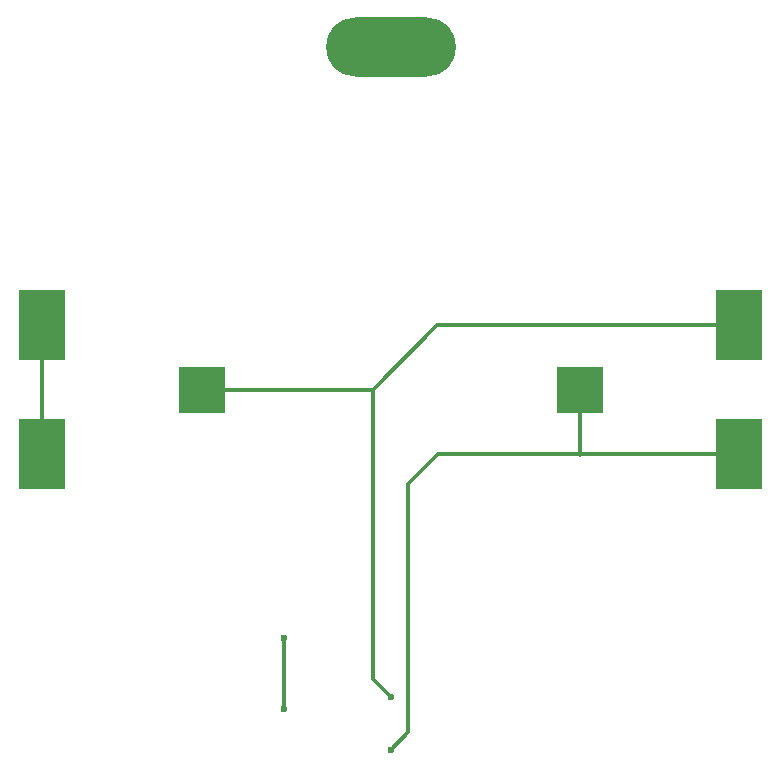
<source format=gbr>
G04 #@! TF.FileFunction,Copper,L2,Bot,Signal*
%FSLAX46Y46*%
G04 Gerber Fmt 4.6, Leading zero omitted, Abs format (unit mm)*
G04 Created by KiCad (PCBNEW 4.0.7-e2-6376~58~ubuntu16.04.1) date Sat Jul 28 15:13:10 2018*
%MOMM*%
%LPD*%
G01*
G04 APERTURE LIST*
%ADD10C,0.100000*%
%ADD11O,11.000000X5.000000*%
%ADD12C,0.900000*%
%ADD13R,4.000000X4.000000*%
%ADD14R,4.000000X6.000000*%
%ADD15C,0.600000*%
%ADD16C,0.300000*%
G04 APERTURE END LIST*
D10*
D11*
X100000000Y-71000000D03*
D12*
X104500000Y-71000000D03*
X104000000Y-72250000D03*
X96000000Y-72250000D03*
X95500000Y-71000000D03*
X96000000Y-69750000D03*
X104000000Y-69750000D03*
D13*
X84000000Y-100000000D03*
X116000000Y-100000000D03*
D14*
X70500000Y-105450000D03*
X129500000Y-105450000D03*
X70500000Y-94550000D03*
X129500000Y-94550000D03*
D15*
X100000000Y-130500000D03*
X100000000Y-126000000D03*
X91000000Y-121000000D03*
X91000000Y-127000000D03*
D16*
X70500000Y-94550000D02*
X70500000Y-105450000D01*
X100000000Y-130500000D02*
X101500000Y-129000000D01*
X101500000Y-108000000D02*
X104050000Y-105450000D01*
X101500000Y-129000000D02*
X101500000Y-108000000D01*
X116000000Y-100000000D02*
X116000000Y-105450000D01*
X116000000Y-105450000D02*
X116000000Y-105500000D01*
X116000000Y-105500000D02*
X116000000Y-105450000D01*
X104050000Y-105450000D02*
X116000000Y-105450000D01*
X116000000Y-105450000D02*
X129500000Y-105450000D01*
X97000000Y-100000000D02*
X98500000Y-100000000D01*
X129500000Y-94550000D02*
X103950000Y-94550000D01*
X103950000Y-94550000D02*
X98500000Y-100000000D01*
X98500000Y-100000000D02*
X98500000Y-101500000D01*
X97000000Y-100000000D02*
X84000000Y-100000000D01*
X98500000Y-124500000D02*
X98500000Y-101500000D01*
X100000000Y-126000000D02*
X98500000Y-124500000D01*
X91000000Y-127000000D02*
X91000000Y-121000000D01*
M02*

</source>
